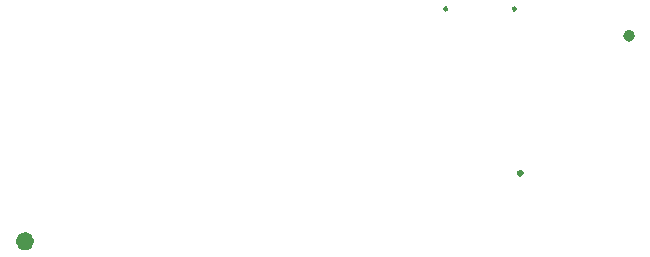
<source format=gbr>
G04 #@! TF.GenerationSoftware,KiCad,Pcbnew,8.0.7-8.0.7-0~ubuntu22.04.1*
G04 #@! TF.CreationDate,2025-01-18T09:20:26+01:00*
G04 #@! TF.ProjectId,esp32_boilerplate,65737033-325f-4626-9f69-6c6572706c61,rev?*
G04 #@! TF.SameCoordinates,Original*
G04 #@! TF.FileFunction,Other,Comment*
%FSLAX46Y46*%
G04 Gerber Fmt 4.6, Leading zero omitted, Abs format (unit mm)*
G04 Created by KiCad (PCBNEW 8.0.7-8.0.7-0~ubuntu22.04.1) date 2025-01-18 09:20:26*
%MOMM*%
%LPD*%
G01*
G04 APERTURE LIST*
%ADD10C,0.500000*%
%ADD11C,0.250000*%
%ADD12C,0.800000*%
%ADD13C,0.300000*%
G04 APERTURE END LIST*
D10*
G04 #@! TO.C,U2*
X53040000Y-7272000D02*
G75*
G02*
X52540000Y-7272000I-250000J0D01*
G01*
X52540000Y-7272000D02*
G75*
G02*
X53040000Y-7272000I250000J0D01*
G01*
D11*
G04 #@! TO.C,USBC1*
X37394000Y-5005500D02*
G75*
G02*
X37154000Y-5005500I-120000J0D01*
G01*
X37154000Y-5005500D02*
G75*
G02*
X37394000Y-5005500I120000J0D01*
G01*
X43194000Y-5005500D02*
G75*
G02*
X42954000Y-5005500I-120000J0D01*
G01*
X42954000Y-5005500D02*
G75*
G02*
X43194000Y-5005500I120000J0D01*
G01*
D12*
G04 #@! TO.C,U3*
X2040000Y-24680000D02*
G75*
G02*
X1240000Y-24680000I-400000J0D01*
G01*
X1240000Y-24680000D02*
G75*
G02*
X2040000Y-24680000I400000J0D01*
G01*
D13*
G04 #@! TO.C,U1*
X43730000Y-18900000D02*
G75*
G02*
X43430000Y-18900000I-150000J0D01*
G01*
X43430000Y-18900000D02*
G75*
G02*
X43730000Y-18900000I150000J0D01*
G01*
G04 #@! TD*
M02*

</source>
